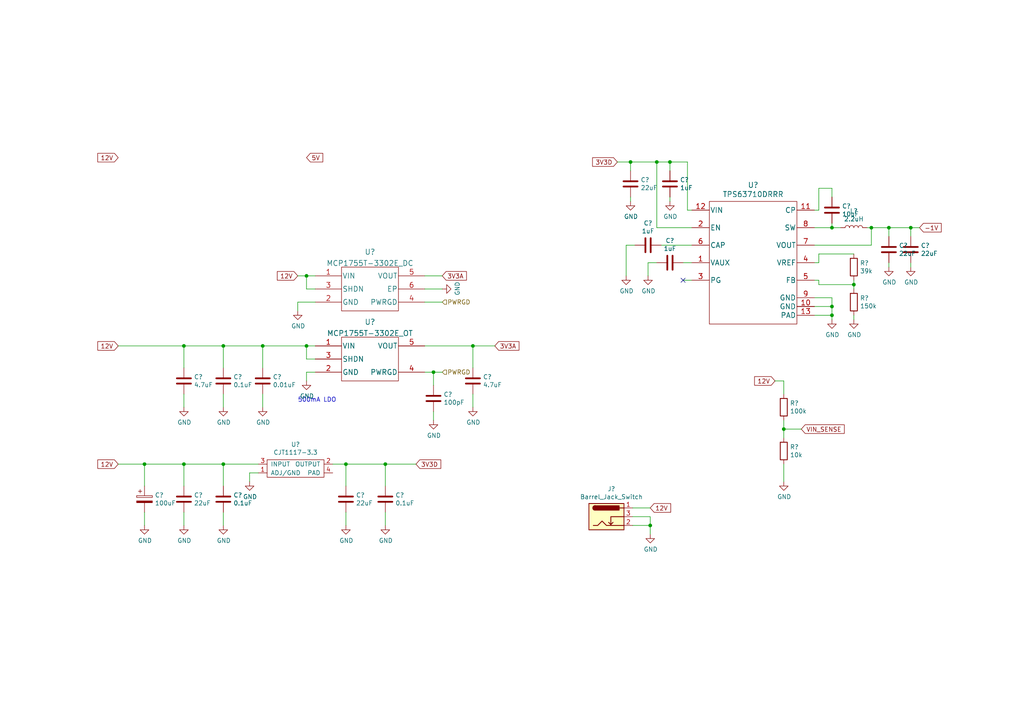
<source format=kicad_sch>
(kicad_sch (version 20211123) (generator eeschema)
  (paper "A4")
  (lib_symbols
    (symbol "Connector:Barrel_Jack_Switch" (pin_names hide)
      (property "Reference" "J" (at 0 5.334 0))
      (property "Value" "Barrel_Jack_Switch" (at 0 -5.08 0))
      (symbol "Barrel_Jack_Switch_0_1"
        (rectangle (start -5.08 3.81) (end 5.08 -3.81) (stroke (width 0.254)) (fill (type background)))
        (arc (start -3.302 3.175) (mid -3.937 2.54) (end -3.302 1.905) (stroke (width 0.254)))
        (arc (start -3.302 3.175) (mid -3.937 2.54) (end -3.302 1.905) (stroke (width 0.254)) (fill (type outline)))
        (polyline (pts (xy 1.27 -2.286) (xy 1.905 -1.651)) (stroke (width 0.254)))
        (polyline (pts (xy 5.08 2.54) (xy 3.81 2.54)) (stroke (width 0.254)))
        (polyline (pts (xy 5.08 0) (xy 1.27 0) (xy 1.27 -2.286) (xy 0.635 -1.651)) (stroke (width 0.254)))
        (polyline (pts (xy -3.81 -2.54) (xy -2.54 -2.54) (xy -1.27 -1.27) (xy 0 -2.54) (xy 2.54 -2.54) (xy 5.08 -2.54)) (stroke (width 0.254)))
        (rectangle (start 3.683 3.175) (end -3.302 1.905) (stroke (width 0.254)) (fill (type outline)))
      )
      (symbol "Barrel_Jack_Switch_1_1"
        (pin passive line (at 7.62 2.54 180) (length 2.54) (name "~") (number "1"))
        (pin passive line (at 7.62 -2.54 180) (length 2.54) (name "~") (number "2"))
        (pin passive line (at 7.62 0 180) (length 2.54) (name "~") (number "3"))
      )
    )
    (symbol "Device:C" (pin_numbers hide) (pin_names (offset 0.254))
      (property "Reference" "C" (at 0.635 2.54 0))
      (property "Value" "C" (at 0.635 -2.54 0))
      (symbol "C_0_1"
        (polyline (pts (xy -2.032 -0.762) (xy 2.032 -0.762)) (stroke (width 0.508)))
        (polyline (pts (xy -2.032 0.762) (xy 2.032 0.762)) (stroke (width 0.508)))
      )
      (symbol "C_1_1"
        (pin passive line (at 0 3.81 270) (length 2.794) (name "~") (number "1"))
        (pin passive line (at 0 -3.81 90) (length 2.794) (name "~") (number "2"))
      )
    )
    (symbol "Device:CP" (pin_numbers hide) (pin_names (offset 0.254))
      (property "Reference" "C" (at 0.635 2.54 0))
      (property "Value" "Device_CP" (at 0.635 -2.54 0))
      (symbol "CP_0_1"
        (rectangle (start -2.286 0.508) (end 2.286 1.016))
        (polyline (pts (xy -1.778 2.286) (xy -0.762 2.286)))
        (polyline (pts (xy -1.27 2.794) (xy -1.27 1.778)))
        (rectangle (start 2.286 -0.508) (end -2.286 -1.016) (fill (type outline)))
      )
      (symbol "CP_1_1"
        (pin passive line (at 0 3.81 270) (length 2.794) (name "~") (number "1"))
        (pin passive line (at 0 -3.81 90) (length 2.794) (name "~") (number "2"))
      )
    )
    (symbol "Device:L" (pin_numbers hide) (pin_names (offset 1.016) hide)
      (property "Reference" "L" (at -1.27 0 90))
      (property "Value" "L" (at 1.905 0 90))
      (symbol "L_0_1"
        (arc (start 0 -2.54) (mid 0.635 -1.905) (end 0 -1.27))
        (arc (start 0 -1.27) (mid 0.635 -0.635) (end 0 0))
        (arc (start 0 0) (mid 0.635 0.635) (end 0 1.27))
        (arc (start 0 1.27) (mid 0.635 1.905) (end 0 2.54))
      )
      (symbol "L_1_1"
        (pin passive line (at 0 3.81 270) (length 1.27) (name "1") (number "1"))
        (pin passive line (at 0 -3.81 90) (length 1.27) (name "2") (number "2"))
      )
    )
    (symbol "Device:R" (pin_numbers hide) (pin_names (offset 0))
      (property "Reference" "R" (at 2.032 0 90))
      (property "Value" "R" (at 0 0 90))
      (symbol "R_0_1"
        (rectangle (start -1.016 -2.54) (end 1.016 2.54) (stroke (width 0.254)))
      )
      (symbol "R_1_1"
        (pin passive line (at 0 3.81 270) (length 1.27) (name "~") (number "1"))
        (pin passive line (at 0 -3.81 90) (length 1.27) (name "~") (number "2"))
      )
    )
    (symbol "Ninja-qPCR:CJT1117-3.3" (pin_names (offset 1.016))
      (property "Reference" "U" (at 0 1.27 0))
      (property "Value" "Ninja-qPCR_CJT1117-3.3" (at 0 -6.35 0))
      (symbol "CJT1117-3.3_0_1"
        (rectangle (start -7.62 0) (end 8.89 -5.08))
      )
      (symbol "CJT1117-3.3_1_1"
        (pin passive line (at -10.16 -3.81 0) (length 2.54) (name "ADJ/GND") (number "1"))
        (pin output line (at 11.43 -1.27 180) (length 2.54) (name "OUTPUT") (number "2"))
        (pin input line (at -10.16 -1.27 0) (length 2.54) (name "INPUT") (number "3"))
        (pin output line (at 11.43 -3.81 180) (length 2.54) (name "PAD") (number "4"))
      )
    )
    (symbol "Ninja-qPCR:MCP1755T-3302E_DC" (pin_names (offset 0.254))
      (property "Reference" "U" (at 16.51 8.89 0))
      (property "Value" "MCP1755T-3302E_DC" (at 16.51 6.35 0))
      (symbol "MCP1755T-3302E_DC_1_1"
        (rectangle (start 7.62 2.54) (end 24.13 -10.16))
        (pin power_in line (at 0 0 0) (length 7.62) (name "VIN") (number "1"))
        (pin power_in line (at 0 -7.62 0) (length 7.62) (name "GND") (number "2"))
        (pin input line (at 0 -3.81 0) (length 7.62) (name "SHDN") (number "3"))
        (pin output line (at 31.75 -7.62 180) (length 7.62) (name "PWRGD") (number "4"))
        (pin output line (at 31.75 0 180) (length 7.62) (name "VOUT") (number "5"))
        (pin output line (at 31.75 -3.81 180) (length 7.62) (name "EP") (number "6"))
      )
    )
    (symbol "Ninja-qPCR:MCP1755T-3302E_OT" (pin_names (offset 0.254))
      (property "Reference" "U" (at 16.51 8.89 0))
      (property "Value" "MCP1755T-3302E_OT" (at 16.51 6.35 0))
      (symbol "MCP1755T-3302E_OT_1_1"
        (rectangle (start 7.62 2.54) (end 24.13 -10.16))
        (pin power_in line (at 0 0 0) (length 7.62) (name "VIN") (number "1"))
        (pin power_in line (at 0 -7.62 0) (length 7.62) (name "GND") (number "2"))
        (pin input line (at 0 -3.81 0) (length 7.62) (name "SHDN") (number "3"))
        (pin output line (at 31.75 -7.62 180) (length 7.62) (name "PWRGD") (number "4"))
        (pin output line (at 31.75 0 180) (length 7.62) (name "VOUT") (number "5"))
      )
    )
    (symbol "Ninja-qPCR:TPS63710DRRR" (pin_names (offset 0.254))
      (property "Reference" "U" (at 0 13.97 0))
      (property "Value" "Ninja-qPCR_TPS63710DRRR" (at 0 -24.13 0))
      (symbol "TPS63710DRRR_1_1"
        (rectangle (start -12.7 12.7) (end 12.7 -22.86))
        (pin input line (at -17.78 -5.08 0) (length 5.08) (name "VAUX") (number "1"))
        (pin power_in line (at 17.78 -17.78 180) (length 5.08) (name "GND") (number "10"))
        (pin unspecified line (at 17.78 10.16 180) (length 5.08) (name "CP") (number "11"))
        (pin power_in line (at -17.78 10.16 0) (length 5.08) (name "VIN") (number "12"))
        (pin power_in line (at 17.78 -20.32 180) (length 5.08) (name "PAD") (number "13"))
        (pin input line (at -17.78 5.08 0) (length 5.08) (name "EN") (number "2"))
        (pin open_collector line (at -17.78 -10.16 0) (length 5.08) (name "PG") (number "3"))
        (pin output line (at 17.78 -5.08 180) (length 5.08) (name "VREF") (number "4"))
        (pin input line (at 17.78 -10.16 180) (length 5.08) (name "FB") (number "5"))
        (pin unspecified line (at -17.78 0 0) (length 5.08) (name "CAP") (number "6"))
        (pin input line (at 17.78 0 180) (length 5.08) (name "VOUT") (number "7"))
        (pin power_in line (at 17.78 5.08 180) (length 5.08) (name "SW") (number "8"))
        (pin power_in line (at 17.78 -15.24 180) (length 5.08) (name "GND") (number "9"))
      )
    )
    (symbol "power:GND" (power) (pin_names (offset 0))
      (property "Value" "GND" (at 0 -3.81 0))
      (symbol "GND_0_1"
        (polyline (pts (xy 0 0) (xy 0 -1.27) (xy 1.27 -1.27) (xy 0 -2.54) (xy -1.27 -1.27) (xy 0 -1.27)))
      )
      (symbol "GND_1_1"
        (pin power_in line (at 0 0 270) (length 0) hide (name "GND") (number "1"))
      )
    )
  )
  (junction (at 252.73 66.04))
  (junction (at 241.3 88.9))
  (junction (at 241.3 91.44))
  (junction (at 247.65 82.55))
  (junction (at 111.76 134.62))
  (junction (at 53.34 134.62))
  (junction (at 100.33 134.62))
  (junction (at 182.88 46.99))
  (junction (at 41.91 134.62))
  (junction (at 264.16 66.04))
  (junction (at 76.2 100.33))
  (junction (at 64.77 134.62))
  (junction (at 190.5 46.99))
  (junction (at 137.16 100.33))
  (junction (at 188.595 152.4))
  (junction (at 88.9 80.01))
  (junction (at 194.31 46.99))
  (junction (at 241.3 66.04))
  (junction (at 64.77 100.33))
  (junction (at 257.81 66.04))
  (junction (at 88.9 100.33))
  (junction (at 227.33 124.46))
  (junction (at 125.73 107.95))
  (junction (at 53.34 100.33))
  (no_connect (at 198.12 81.28))
  (wire (pts (xy 123.19 80.01) (xy 128.27 80.01)))
  (wire (pts (xy 53.34 100.33) (xy 53.34 106.68)))
  (wire (pts (xy 123.19 83.82) (xy 128.27 83.82)))
  (wire (pts (xy 64.77 114.3) (xy 64.77 118.11)))
  (wire (pts (xy 182.88 58.42) (xy 182.88 57.15)))
  (wire (pts (xy 264.16 66.04) (xy 266.7 66.04)))
  (wire (pts (xy 198.12 81.28) (xy 200.66 81.28)))
  (wire (pts (xy 236.22 60.96) (xy 237.49 60.96)))
  (wire (pts (xy 227.33 110.49) (xy 227.33 114.3)))
  (wire (pts (xy 200.66 60.96) (xy 199.39 60.96)))
  (wire (pts (xy 252.73 66.04) (xy 257.81 66.04)))
  (wire (pts (xy 91.44 83.82) (xy 88.9 83.82)))
  (wire (pts (xy 111.76 148.59) (xy 111.76 152.4)))
  (wire (pts (xy 224.79 110.49) (xy 227.33 110.49)))
  (wire (pts (xy 243.84 66.04) (xy 241.3 66.04)))
  (wire (pts (xy 76.2 114.3) (xy 76.2 118.11)))
  (wire (pts (xy 257.81 68.58) (xy 257.81 66.04)))
  (wire (pts (xy 64.77 100.33) (xy 76.2 100.33)))
  (wire (pts (xy 123.19 87.63) (xy 128.27 87.63)))
  (wire (pts (xy 125.73 107.95) (xy 128.27 107.95)))
  (wire (pts (xy 190.5 66.04) (xy 190.5 46.99)))
  (wire (pts (xy 91.44 104.14) (xy 88.9 104.14)))
  (wire (pts (xy 88.9 80.01) (xy 88.9 83.82)))
  (wire (pts (xy 241.3 66.04) (xy 236.22 66.04)))
  (wire (pts (xy 41.91 134.62) (xy 41.91 140.97)))
  (wire (pts (xy 91.44 107.95) (xy 88.9 107.95)))
  (wire (pts (xy 100.33 134.62) (xy 96.52 134.62)))
  (wire (pts (xy 247.65 73.66) (xy 237.49 73.66)))
  (wire (pts (xy 237.49 81.28) (xy 237.49 82.55)))
  (wire (pts (xy 257.81 77.47) (xy 257.81 76.2)))
  (wire (pts (xy 53.34 134.62) (xy 64.77 134.62)))
  (wire (pts (xy 88.9 80.01) (xy 91.44 80.01)))
  (wire (pts (xy 241.3 88.9) (xy 241.3 86.36)))
  (wire (pts (xy 264.16 77.47) (xy 264.16 76.2)))
  (wire (pts (xy 237.49 54.61) (xy 241.3 54.61)))
  (wire (pts (xy 181.61 71.12) (xy 184.15 71.12)))
  (wire (pts (xy 194.31 46.99) (xy 190.5 46.99)))
  (wire (pts (xy 236.22 81.28) (xy 237.49 81.28)))
  (wire (pts (xy 88.9 107.95) (xy 88.9 110.49)))
  (wire (pts (xy 125.73 107.95) (xy 125.73 111.76)))
  (wire (pts (xy 91.44 87.63) (xy 86.36 87.63)))
  (wire (pts (xy 199.39 46.99) (xy 194.31 46.99)))
  (wire (pts (xy 237.49 73.66) (xy 237.49 76.2)))
  (wire (pts (xy 123.19 107.95) (xy 125.73 107.95)))
  (wire (pts (xy 137.16 114.3) (xy 137.16 118.11)))
  (wire (pts (xy 251.46 66.04) (xy 252.73 66.04)))
  (wire (pts (xy 241.3 64.77) (xy 241.3 66.04)))
  (wire (pts (xy 183.515 147.32) (xy 188.595 147.32)))
  (wire (pts (xy 34.29 100.33) (xy 53.34 100.33)))
  (wire (pts (xy 227.33 124.46) (xy 232.41 124.46)))
  (wire (pts (xy 252.73 66.04) (xy 252.73 71.12)))
  (wire (pts (xy 100.33 148.59) (xy 100.33 152.4)))
  (wire (pts (xy 227.33 124.46) (xy 227.33 127)))
  (wire (pts (xy 247.65 92.71) (xy 247.65 91.44)))
  (wire (pts (xy 143.51 100.33) (xy 137.16 100.33)))
  (wire (pts (xy 237.49 82.55) (xy 247.65 82.55)))
  (wire (pts (xy 188.595 149.86) (xy 188.595 152.4)))
  (wire (pts (xy 53.34 114.3) (xy 53.34 118.11)))
  (wire (pts (xy 41.91 134.62) (xy 53.34 134.62)))
  (wire (pts (xy 200.66 76.2) (xy 198.12 76.2)))
  (wire (pts (xy 237.49 76.2) (xy 236.22 76.2)))
  (wire (pts (xy 247.65 82.55) (xy 247.65 83.82)))
  (wire (pts (xy 194.31 58.42) (xy 194.31 57.15)))
  (wire (pts (xy 91.44 100.33) (xy 88.9 100.33)))
  (wire (pts (xy 237.49 60.96) (xy 237.49 54.61)))
  (wire (pts (xy 88.9 100.33) (xy 88.9 104.14)))
  (wire (pts (xy 74.93 137.16) (xy 72.39 137.16)))
  (wire (pts (xy 111.76 134.62) (xy 111.76 140.97)))
  (wire (pts (xy 100.33 134.62) (xy 100.33 140.97)))
  (wire (pts (xy 137.16 100.33) (xy 137.16 106.68)))
  (wire (pts (xy 64.77 100.33) (xy 64.77 106.68)))
  (wire (pts (xy 194.31 49.53) (xy 194.31 46.99)))
  (wire (pts (xy 111.76 134.62) (xy 100.33 134.62)))
  (wire (pts (xy 123.19 100.33) (xy 137.16 100.33)))
  (wire (pts (xy 86.36 80.01) (xy 88.9 80.01)))
  (wire (pts (xy 181.61 80.01) (xy 181.61 71.12)))
  (wire (pts (xy 76.2 100.33) (xy 88.9 100.33)))
  (wire (pts (xy 241.3 92.71) (xy 241.3 91.44)))
  (wire (pts (xy 76.2 100.33) (xy 76.2 106.68)))
  (wire (pts (xy 111.76 134.62) (xy 120.65 134.62)))
  (wire (pts (xy 247.65 81.28) (xy 247.65 82.55)))
  (wire (pts (xy 264.16 68.58) (xy 264.16 66.04)))
  (wire (pts (xy 53.34 134.62) (xy 53.34 140.97)))
  (wire (pts (xy 187.96 76.2) (xy 187.96 80.01)))
  (wire (pts (xy 257.81 66.04) (xy 264.16 66.04)))
  (wire (pts (xy 125.73 119.38) (xy 125.73 121.92)))
  (wire (pts (xy 53.34 100.33) (xy 64.77 100.33)))
  (wire (pts (xy 252.73 71.12) (xy 236.22 71.12)))
  (wire (pts (xy 64.77 148.59) (xy 64.77 152.4)))
  (wire (pts (xy 241.3 91.44) (xy 241.3 88.9)))
  (wire (pts (xy 72.39 137.16) (xy 72.39 139.7)))
  (wire (pts (xy 41.91 134.62) (xy 34.29 134.62)))
  (wire (pts (xy 74.93 134.62) (xy 64.77 134.62)))
  (wire (pts (xy 64.77 134.62) (xy 64.77 140.97)))
  (wire (pts (xy 183.515 152.4) (xy 188.595 152.4)))
  (wire (pts (xy 241.3 86.36) (xy 236.22 86.36)))
  (wire (pts (xy 41.91 148.59) (xy 41.91 152.4)))
  (wire (pts (xy 179.07 46.99) (xy 182.88 46.99)))
  (wire (pts (xy 241.3 54.61) (xy 241.3 57.15)))
  (wire (pts (xy 199.39 60.96) (xy 199.39 46.99)))
  (wire (pts (xy 182.88 49.53) (xy 182.88 46.99)))
  (wire (pts (xy 190.5 76.2) (xy 187.96 76.2)))
  (wire (pts (xy 53.34 148.59) (xy 53.34 152.4)))
  (wire (pts (xy 236.22 91.44) (xy 241.3 91.44)))
  (wire (pts (xy 227.33 121.92) (xy 227.33 124.46)))
  (wire (pts (xy 236.22 88.9) (xy 241.3 88.9)))
  (wire (pts (xy 191.77 71.12) (xy 200.66 71.12)))
  (wire (pts (xy 86.36 87.63) (xy 86.36 90.17)))
  (wire (pts (xy 190.5 46.99) (xy 182.88 46.99)))
  (wire (pts (xy 188.595 154.94) (xy 188.595 152.4)))
  (wire (pts (xy 183.515 149.86) (xy 188.595 149.86)))
  (wire (pts (xy 227.33 134.62) (xy 227.33 139.7)))
  (wire (pts (xy 200.66 66.04) (xy 190.5 66.04)))
  (text "500mA LDO" (at 86.36 116.84 0) (effects (font (size 1.27 1.27)) (justify left bottom)))
  (global_label "3V3D" (shape input) (at 120.65 134.62 0) (property "Intersheet References" "${INTERSHEET_REFS}" (effects hide)))
  (global_label "-1V" (shape input) (at 266.7 66.04 0) (property "Intersheet References" "${INTERSHEET_REFS}" (effects hide)))
  (global_label "3V3D" (shape input) (at 179.07 46.99 180) (property "Intersheet References" "${INTERSHEET_REFS}" (effects hide)))
  (global_label "12V" (shape input) (at 86.36 80.01 180) (property "Intersheet References" "${INTERSHEET_REFS}" (effects hide)))
  (global_label "12V" (shape input) (at 224.79 110.49 180) (property "Intersheet References" "${INTERSHEET_REFS}" (effects hide)))
  (global_label "3V3A" (shape input) (at 128.27 80.01 0) (property "Intersheet References" "${INTERSHEET_REFS}" (effects hide)))
  (global_label "5V" (shape input) (at 88.9 45.72 0) (property "Intersheet References" "${INTERSHEET_REFS}" (effects hide)))
  (global_label "12V" (shape input) (at 188.595 147.32 0) (property "Intersheet References" "${INTERSHEET_REFS}" (effects hide)))
  (global_label "12V" (shape input) (at 34.29 134.62 180) (property "Intersheet References" "${INTERSHEET_REFS}" (effects hide)))
  (global_label "12V" (shape input) (at 34.29 45.72 180) (property "Intersheet References" "${INTERSHEET_REFS}" (effects hide)))
  (global_label "VIN_SENSE" (shape input) (at 232.41 124.46 0) (property "Intersheet References" "${INTERSHEET_REFS}" (effects hide)))
  (global_label "12V" (shape input) (at 34.29 100.33 180) (property "Intersheet References" "${INTERSHEET_REFS}" (effects hide)))
  (global_label "3V3A" (shape input) (at 143.51 100.33 0) (property "Intersheet References" "${INTERSHEET_REFS}" (effects hide)))
  (hierarchical_label "PWRGD" (shape input) (at 128.27 87.63 0))
  (hierarchical_label "PWRGD" (shape input) (at 128.27 107.95 0))
  (symbol (lib_id "power:GND") (at 53.34 118.11 0) (unit 1)
    (property "Reference" "#PWR?" (effects hide))
    (property "Value" "GND" (at 53.467 122.5042 0))
  )
  (symbol (lib_id "power:GND") (at 53.34 152.4 0) (unit 1)
    (property "Reference" "#PWR?" (effects hide))
    (property "Value" "GND" (at 53.467 156.7942 0))
  )
  (symbol (lib_id "power:GND") (at 257.81 77.47 0) (unit 1)
    (property "Reference" "#PWR?" (effects hide))
    (property "Value" "GND" (at 257.937 81.8642 0))
  )
  (symbol (lib_id "Device:C") (at 182.88 53.34 0) (unit 1)
    (property "Reference" "C?" (at 185.801 52.1716 0) (effects (justify left)))
    (property "Value" "22uF" (at 185.801 54.483 0) (effects (justify left)))
    (property "Footprint" "Capacitor_SMD:C_1210_3225Metric" (effects hide))
  )
  (symbol (lib_id "Device:R") (at 247.65 77.47 0) (unit 1)
    (property "Reference" "R?" (at 249.428 76.3016 0) (effects (justify left)))
    (property "Value" "39k" (at 249.428 78.613 0) (effects (justify left)))
    (property "Footprint" "Resistor_SMD:R_0603_1608Metric" (effects hide))
  )
  (symbol (lib_id "Device:C") (at 64.77 110.49 0) (unit 1)
    (property "Reference" "C?" (at 67.691 109.3216 0) (effects (justify left)))
    (property "Value" "0.1uF" (at 67.691 111.633 0) (effects (justify left)))
    (property "Footprint" "Capacitor_SMD:C_0603_1608Metric" (effects hide))
  )
  (symbol (lib_id "power:GND") (at 137.16 118.11 0) (unit 1)
    (property "Reference" "#PWR?" (effects hide))
    (property "Value" "GND" (at 137.287 122.5042 0))
  )
  (symbol (lib_id "power:GND") (at 100.33 152.4 0) (unit 1)
    (property "Reference" "#PWR?" (effects hide))
    (property "Value" "GND" (at 100.457 156.7942 0))
  )
  (symbol (lib_id "Device:C") (at 100.33 144.78 0) (unit 1)
    (property "Reference" "C?" (at 103.251 143.6116 0) (effects (justify left)))
    (property "Value" "22uF" (at 103.251 145.923 0) (effects (justify left)))
    (property "Footprint" "Capacitor_SMD:C_1210_3225Metric" (effects hide))
  )
  (symbol (lib_id "power:GND") (at 76.2 118.11 0) (unit 1)
    (property "Reference" "#PWR?" (effects hide))
    (property "Value" "GND" (at 76.327 122.5042 0))
  )
  (symbol (lib_id "power:GND") (at 128.27 83.82 90) (unit 1)
    (property "Reference" "#PWR?" (effects hide))
    (property "Value" "GND" (at 132.6642 83.693 0))
  )
  (symbol (lib_id "Device:C") (at 194.31 53.34 0) (unit 1)
    (property "Reference" "C?" (at 197.231 52.1716 0) (effects (justify left)))
    (property "Value" "1uF" (at 197.231 54.483 0) (effects (justify left)))
    (property "Footprint" "Capacitor_SMD:C_0603_1608Metric" (effects hide))
  )
  (symbol (lib_id "power:GND") (at 86.36 90.17 0) (unit 1)
    (property "Reference" "#PWR?" (effects hide))
    (property "Value" "GND" (at 86.487 94.5642 0))
  )
  (symbol (lib_id "power:GND") (at 194.31 58.42 0) (unit 1)
    (property "Reference" "#PWR?" (effects hide))
    (property "Value" "GND" (at 194.437 62.8142 0))
  )
  (symbol (lib_id "Device:C") (at 241.3 60.96 0) (unit 1)
    (property "Reference" "C?" (at 244.221 59.7916 0) (effects (justify left)))
    (property "Value" "10uF" (at 244.221 62.103 0) (effects (justify left)))
    (property "Footprint" "Capacitor_SMD:C_0805_2012Metric" (effects hide))
  )
  (symbol (lib_id "Device:C") (at 187.96 71.12 270) (unit 1)
    (property "Reference" "C?" (at 187.96 64.7192 90))
    (property "Value" "1uF" (at 187.96 67.0306 90))
    (property "Footprint" "Capacitor_SMD:C_0603_1608Metric" (effects hide))
  )
  (symbol (lib_id "Device:C") (at 137.16 110.49 0) (unit 1)
    (property "Reference" "C?" (at 140.081 109.3216 0) (effects (justify left)))
    (property "Value" "4.7uF" (at 140.081 111.633 0) (effects (justify left)))
    (property "Footprint" "Capacitor_SMD:C_0805_2012Metric" (effects hide))
  )
  (symbol (lib_id "Device:R") (at 247.65 87.63 0) (unit 1)
    (property "Reference" "R?" (at 249.428 86.4616 0) (effects (justify left)))
    (property "Value" "150k" (at 249.428 88.773 0) (effects (justify left)))
    (property "Footprint" "Resistor_SMD:R_0603_1608Metric" (effects hide))
  )
  (symbol (lib_id "Ninja-qPCR:MCP1755T-3302E_OT") (at 91.44 100.33 0) (unit 1)
    (property "Reference" "U?" (at 107.315 93.3861 0) (effects (font (size 1.524 1.524))))
    (property "Value" "MCP1755T-3302E_OT" (at 107.315 96.6651 0) (effects (font (size 1.524 1.524))))
    (property "Footprint" "Package_TO_SOT_SMD:SOT-23-5" (effects hide))
  )
  (symbol (lib_id "power:GND") (at 111.76 152.4 0) (unit 1)
    (property "Reference" "#PWR?" (effects hide))
    (property "Value" "GND" (at 111.887 156.7942 0))
  )
  (symbol (lib_id "Device:C") (at 53.34 144.78 0) (unit 1)
    (property "Reference" "C?" (at 56.261 143.6116 0) (effects (justify left)))
    (property "Value" "22uF" (at 56.261 145.923 0) (effects (justify left)))
    (property "Footprint" "Capacitor_SMD:C_1210_3225Metric" (effects hide))
  )
  (symbol (lib_id "power:GND") (at 241.3 92.71 0) (unit 1)
    (property "Reference" "#PWR?" (effects hide))
    (property "Value" "GND" (at 241.427 97.1042 0))
  )
  (symbol (lib_id "power:GND") (at 64.77 152.4 0) (unit 1)
    (property "Reference" "#PWR?" (effects hide))
    (property "Value" "GND" (at 64.897 156.7942 0))
  )
  (symbol (lib_id "power:GND") (at 264.16 77.47 0) (unit 1)
    (property "Reference" "#PWR?" (effects hide))
    (property "Value" "GND" (at 264.287 81.8642 0))
  )
  (symbol (lib_id "power:GND") (at 88.9 110.49 0) (unit 1)
    (property "Reference" "#PWR?" (effects hide))
    (property "Value" "GND" (at 89.027 114.8842 0))
  )
  (symbol (lib_id "power:GND") (at 41.91 152.4 0) (unit 1)
    (property "Reference" "#PWR?" (effects hide))
    (property "Value" "GND" (at 42.037 156.7942 0))
  )
  (symbol (lib_id "power:GND") (at 247.65 92.71 0) (unit 1)
    (property "Reference" "#PWR?" (effects hide))
    (property "Value" "GND" (at 247.777 97.1042 0))
  )
  (symbol (lib_id "power:GND") (at 72.39 139.7 0) (unit 1)
    (property "Reference" "#PWR?" (effects hide))
    (property "Value" "GND" (at 72.517 144.0942 0))
  )
  (symbol (lib_id "Ninja-qPCR:TPS63710DRRR") (at 218.44 71.12 0) (unit 1)
    (property "Reference" "U?" (at 218.44 53.6702 0) (effects (font (size 1.524 1.524))))
    (property "Value" "TPS63710DRRR" (at 218.44 56.3626 0) (effects (font (size 1.524 1.524))))
    (property "Footprint" "Ninja-qPCR:TPS63710DRRR" (effects hide))
  )
  (symbol (lib_id "Device:C") (at 125.73 115.57 0) (unit 1)
    (property "Reference" "C?" (at 128.651 114.4016 0) (effects (justify left)))
    (property "Value" "100pF" (at 128.651 116.713 0) (effects (justify left)))
    (property "Footprint" "Capacitor_SMD:C_0603_1608Metric" (effects hide))
  )
  (symbol (lib_id "power:GND") (at 188.595 154.94 0) (unit 1)
    (property "Reference" "#PWR?" (effects hide))
    (property "Value" "GND" (at 188.722 159.3342 0))
  )
  (symbol (lib_id "power:GND") (at 181.61 80.01 0) (unit 1)
    (property "Reference" "#PWR?" (effects hide))
    (property "Value" "GND" (at 181.737 84.4042 0))
  )
  (symbol (lib_id "power:GND") (at 182.88 58.42 0) (unit 1)
    (property "Reference" "#PWR?" (effects hide))
    (property "Value" "GND" (at 183.007 62.8142 0))
  )
  (symbol (lib_id "Device:R") (at 227.33 130.81 0) (unit 1)
    (property "Reference" "R?" (at 229.108 129.6416 0) (effects (justify left)))
    (property "Value" "10k" (at 229.108 131.953 0) (effects (justify left)))
    (property "Footprint" "Resistor_SMD:R_0603_1608Metric" (effects hide))
  )
  (symbol (lib_id "Connector:Barrel_Jack_Switch") (at 175.895 149.86 0) (unit 1)
    (property "Reference" "J?" (at 177.3428 141.8082 0))
    (property "Value" "Barrel_Jack_Switch" (at 177.3428 144.1196 0))
    (property "Footprint" "Connector_BarrelJack:BarrelJack_Horizontal" (effects hide))
  )
  (symbol (lib_id "power:GND") (at 227.33 139.7 0) (unit 1)
    (property "Reference" "#PWR?" (effects hide))
    (property "Value" "GND" (at 227.457 144.0942 0))
  )
  (symbol (lib_id "Device:C") (at 64.77 144.78 0) (unit 1)
    (property "Reference" "C?" (at 67.691 143.6116 0) (effects (justify left)))
    (property "Value" "0.1uF" (at 67.691 145.923 0) (effects (justify left)))
    (property "Footprint" "Capacitor_SMD:C_0603_1608Metric" (effects hide))
  )
  (symbol (lib_id "Device:CP") (at 41.91 144.78 0) (unit 1)
    (property "Reference" "C?" (at 44.9072 143.6116 0) (effects (justify left)))
    (property "Value" "100uF" (at 44.9072 145.923 0) (effects (justify left)))
    (property "Footprint" "Ninja-qPCR:35TZV100M6.3X8" (effects hide))
  )
  (symbol (lib_id "Ninja-qPCR:MCP1755T-3302E_DC") (at 91.44 80.01 0) (unit 1)
    (property "Reference" "U?" (at 107.315 73.0661 0) (effects (font (size 1.524 1.524))))
    (property "Value" "MCP1755T-3302E_DC" (at 107.315 76.3451 0) (effects (font (size 1.524 1.524))))
    (property "Footprint" "Package_TO_SOT_SMD:SOT-223-6" (effects hide))
  )
  (symbol (lib_id "Device:C") (at 53.34 110.49 0) (unit 1)
    (property "Reference" "C?" (at 56.261 109.3216 0) (effects (justify left)))
    (property "Value" "4.7uF" (at 56.261 111.633 0) (effects (justify left)))
    (property "Footprint" "Capacitor_SMD:C_0805_2012Metric" (effects hide))
  )
  (symbol (lib_id "Device:C") (at 194.31 76.2 270) (unit 1)
    (property "Reference" "C?" (at 194.31 69.7992 90))
    (property "Value" "1uF" (at 194.31 72.1106 90))
    (property "Footprint" "Capacitor_SMD:C_0603_1608Metric" (effects hide))
  )
  (symbol (lib_id "power:GND") (at 187.96 80.01 0) (unit 1)
    (property "Reference" "#PWR?" (effects hide))
    (property "Value" "GND" (at 188.087 84.4042 0))
  )
  (symbol (lib_id "Device:C") (at 264.16 72.39 0) (unit 1)
    (property "Reference" "C?" (at 267.081 71.2216 0) (effects (justify left)))
    (property "Value" "22uF" (at 267.081 73.533 0) (effects (justify left)))
    (property "Footprint" "Capacitor_SMD:C_1210_3225Metric" (effects hide))
  )
  (symbol (lib_id "Device:C") (at 257.81 72.39 0) (unit 1)
    (property "Reference" "C?" (at 260.731 71.2216 0) (effects (justify left)))
    (property "Value" "22uF" (at 260.731 73.533 0) (effects (justify left)))
    (property "Footprint" "Capacitor_SMD:C_1210_3225Metric" (effects hide))
  )
  (symbol (lib_id "Device:C") (at 76.2 110.49 0) (unit 1)
    (property "Reference" "C?" (at 79.121 109.3216 0) (effects (justify left)))
    (property "Value" "0.01uF" (at 79.121 111.633 0) (effects (justify left)))
    (property "Footprint" "Capacitor_SMD:C_0603_1608Metric" (effects hide))
  )
  (symbol (lib_id "power:GND") (at 64.77 118.11 0) (unit 1)
    (property "Reference" "#PWR?" (effects hide))
    (property "Value" "GND" (at 64.897 122.5042 0))
  )
  (symbol (lib_id "Device:L") (at 247.65 66.04 90) (unit 1)
    (property "Reference" "L?" (at 247.65 61.214 90))
    (property "Value" "2.2uH" (at 247.65 63.5254 90))
    (property "Footprint" "Capacitors_SMD:C_0805" (effects hide))
  )
  (symbol (lib_id "Device:C") (at 111.76 144.78 0) (unit 1)
    (property "Reference" "C?" (at 114.681 143.6116 0) (effects (justify left)))
    (property "Value" "0.1uF" (at 114.681 145.923 0) (effects (justify left)))
    (property "Footprint" "Capacitor_SMD:C_0603_1608Metric" (effects hide))
  )
  (symbol (lib_id "Device:R") (at 227.33 118.11 0) (unit 1)
    (property "Reference" "R?" (at 229.108 116.9416 0) (effects (justify left)))
    (property "Value" "100k" (at 229.108 119.253 0) (effects (justify left)))
    (property "Footprint" "Resistor_SMD:R_0603_1608Metric" (effects hide))
  )
  (symbol (lib_id "power:GND") (at 125.73 121.92 0) (unit 1)
    (property "Reference" "#PWR?" (effects hide))
    (property "Value" "GND" (at 125.857 126.3142 0))
  )
  (symbol (lib_id "Ninja-qPCR:CJT1117-3.3") (at 85.09 133.35 0) (unit 1)
    (property "Reference" "U?" (at 85.725 128.905 0))
    (property "Value" "CJT1117-3.3" (at 85.725 131.2164 0))
    (property "Footprint" "Package_TO_SOT_SMD:SOT-223" (effects hide))
  )
)
</source>
